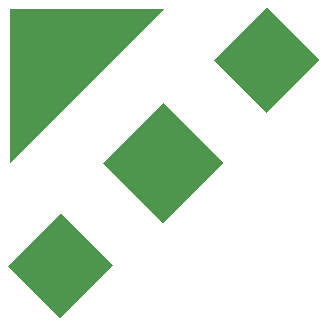
<source format=gbr>
G04 DipTrace 2.4.0.2*
%INBottomMask.gbr*%
%MOIN*%
%FSLAX44Y44*%
G04*
G70*
G90*
G75*
G01*
%LNBotMask*%
%LPD*%
G36*
X-2005Y3D2*
X3Y2005D1*
X2005Y-3D1*
X-3Y-2005D1*
X-2005Y3D1*
G37*
G36*
X-5192Y-3425D2*
X-3435Y-1673D1*
X-1683Y-3430D1*
X-3440Y-5182D1*
X-5192Y-3425D1*
G37*
G36*
X1683Y3430D2*
X3440Y5182D1*
X5192Y3425D1*
X3435Y1673D1*
X1683Y3430D1*
G37*
G36*
X-5125Y5125D2*
Y0D1*
X0Y5125D1*
X-5125D1*
G37*
M02*

</source>
